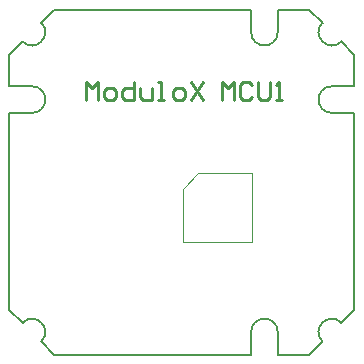
<source format=gto>
%FSLAX25Y25*%
%MOIN*%
G70*
G01*
G75*
%ADD10O,0.05906X0.01575*%
%ADD11R,0.05906X0.01575*%
%ADD12R,0.01575X0.05906*%
%ADD13C,0.01000*%
%ADD14C,0.01500*%
%ADD15C,0.00500*%
%ADD16R,0.05000X0.05000*%
%ADD17R,0.10000X0.15000*%
%ADD18R,0.05000X0.15000*%
%ADD19R,0.15000X0.05000*%
%ADD20R,0.15000X0.10000*%
%ADD21R,0.05000X0.05000*%
%ADD22C,0.05000*%
%ADD23C,0.03000*%
%ADD24R,0.02362X0.03150*%
%ADD25R,0.09843X0.04724*%
G04:AMPARAMS|DCode=26|XSize=23.62mil|YSize=31.5mil|CornerRadius=0mil|HoleSize=0mil|Usage=FLASHONLY|Rotation=45.000|XOffset=0mil|YOffset=0mil|HoleType=Round|Shape=Rectangle|*
%AMROTATEDRECTD26*
4,1,4,0.00278,-0.01949,-0.01949,0.00278,-0.00278,0.01949,0.01949,-0.00278,0.00278,-0.01949,0.0*
%
%ADD26ROTATEDRECTD26*%

%ADD27R,0.03150X0.02362*%
%ADD28C,0.00650*%
%ADD29C,0.00394*%
D13*
X433500Y385000D02*
Y390998D01*
X435499Y388999D01*
X437499Y390998D01*
Y385000D01*
X443497Y389998D02*
X442497Y390998D01*
X440498D01*
X439498Y389998D01*
Y386000D01*
X440498Y385000D01*
X442497D01*
X443497Y386000D01*
X445496Y390998D02*
Y386000D01*
X446496Y385000D01*
X448495D01*
X449495Y386000D01*
Y390998D01*
X451494Y385000D02*
X453493D01*
X452494D01*
Y390998D01*
X451494Y389998D01*
X388000Y385000D02*
Y390998D01*
X389999Y388999D01*
X391999Y390998D01*
Y385000D01*
X394998D02*
X396997D01*
X397997Y386000D01*
Y387999D01*
X396997Y388999D01*
X394998D01*
X393998Y387999D01*
Y386000D01*
X394998Y385000D01*
X403995Y390998D02*
Y385000D01*
X400996D01*
X399996Y386000D01*
Y387999D01*
X400996Y388999D01*
X403995D01*
X405994D02*
Y386000D01*
X406994Y385000D01*
X409993D01*
Y388999D01*
X411992Y385000D02*
X413992D01*
X412992D01*
Y390998D01*
X411992D01*
X417990Y385000D02*
X419990D01*
X420989Y386000D01*
Y387999D01*
X419990Y388999D01*
X417990D01*
X416991Y387999D01*
Y386000D01*
X417990Y385000D01*
X422989Y390998D02*
X426987Y385000D01*
Y390998D02*
X422989Y385000D01*
D15*
X370000Y380571D02*
G03*
X370000Y389429I0J4429D01*
G01*
X466868Y410632D02*
G03*
X473132Y404368I3132J-3132D01*
G01*
X443071Y407500D02*
G03*
X451929Y407500I4429J0D01*
G01*
X366868Y404368D02*
G03*
X373132Y410632I3132J3132D01*
G01*
X470000Y389429D02*
G03*
X470000Y380571I0J-4429D01*
G01*
X473132Y310632D02*
G03*
X466868Y304368I-3132J-3132D01*
G01*
X373132D02*
G03*
X366868Y310632I-3132J3132D01*
G01*
X451929Y307500D02*
G03*
X443071Y307500I-4429J0D01*
G01*
X362500Y389500D02*
Y400000D01*
Y389500D02*
X370000Y389429D01*
X362500Y380500D02*
X370000Y380571D01*
X362500Y315000D02*
Y380500D01*
X473132Y404368D02*
X477500Y400000D01*
X462500Y415000D02*
X466868Y410632D01*
X377500Y415000D02*
X443000D01*
X443071Y407500D01*
X451929D02*
X452000Y415000D01*
X462500D01*
X362500Y400000D02*
X366868Y404368D01*
X373132Y410632D02*
X377500Y415000D01*
X477500Y315000D02*
Y380500D01*
X470000Y380571D02*
X477500Y380500D01*
X470000Y389429D02*
X477500Y389500D01*
Y400000D01*
X462500Y300000D02*
X466868Y304368D01*
X473132Y310632D02*
X477500Y315000D01*
X373132Y304368D02*
X377500Y300000D01*
X362500Y315000D02*
X366868Y310632D01*
X452000Y300000D02*
X462500D01*
X451929Y307500D02*
X452000Y300000D01*
X443000D02*
X443071Y307500D01*
X377500Y300000D02*
X443000D01*
D29*
X420256Y337500D02*
Y355197D01*
Y337500D02*
X443209D01*
Y360453D01*
X425512D02*
X443209D01*
X420256Y355197D02*
X425512Y360453D01*
M02*

</source>
